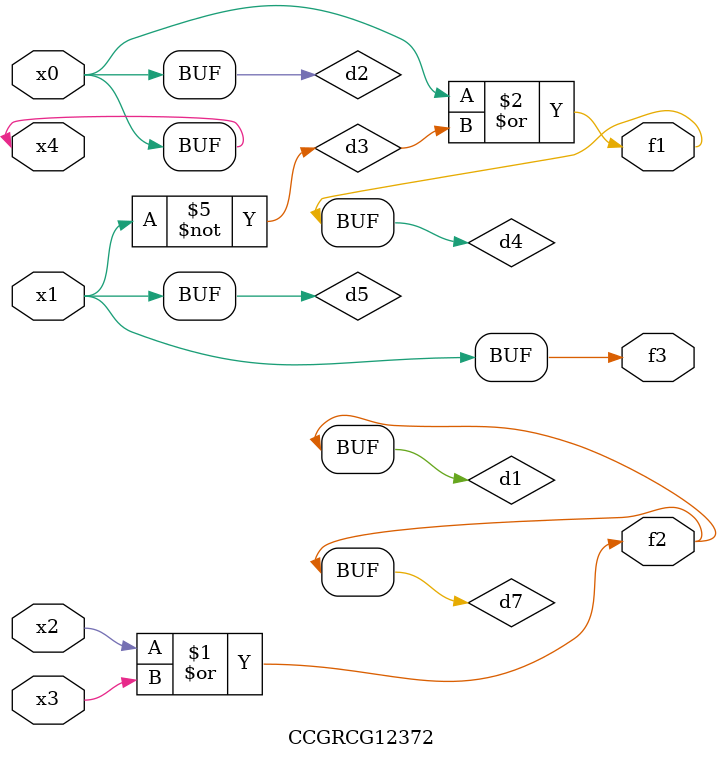
<source format=v>
module CCGRCG12372(
	input x0, x1, x2, x3, x4,
	output f1, f2, f3
);

	wire d1, d2, d3, d4, d5, d6, d7;

	or (d1, x2, x3);
	buf (d2, x0, x4);
	not (d3, x1);
	or (d4, d2, d3);
	not (d5, d3);
	nand (d6, d1, d3);
	or (d7, d1);
	assign f1 = d4;
	assign f2 = d7;
	assign f3 = d5;
endmodule

</source>
